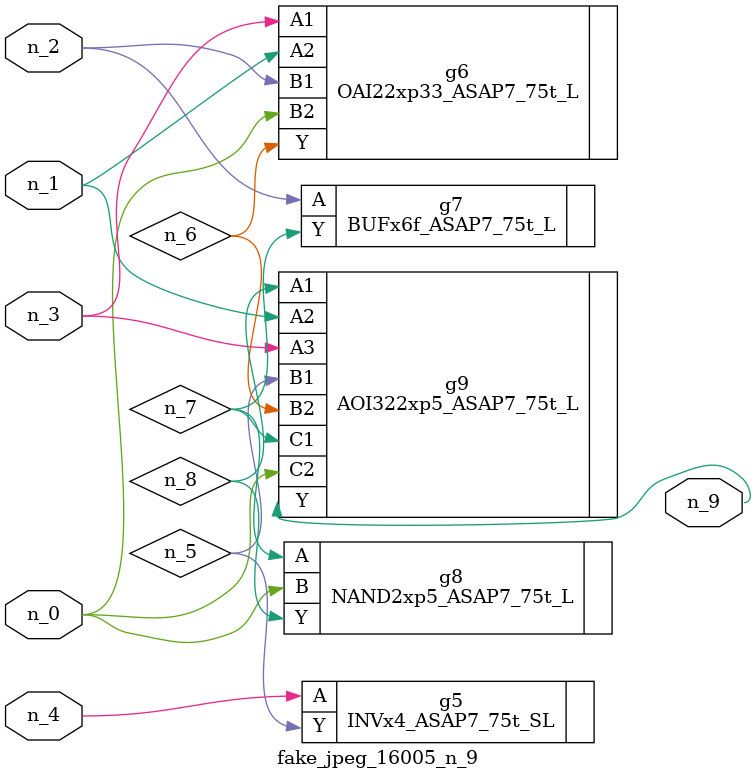
<source format=v>
module fake_jpeg_16005_n_9 (n_3, n_2, n_1, n_0, n_4, n_9);

input n_3;
input n_2;
input n_1;
input n_0;
input n_4;

output n_9;

wire n_8;
wire n_6;
wire n_5;
wire n_7;

INVx4_ASAP7_75t_SL g5 ( 
.A(n_4),
.Y(n_5)
);

OAI22xp33_ASAP7_75t_L g6 ( 
.A1(n_3),
.A2(n_1),
.B1(n_2),
.B2(n_0),
.Y(n_6)
);

BUFx6f_ASAP7_75t_L g7 ( 
.A(n_2),
.Y(n_7)
);

NAND2xp5_ASAP7_75t_L g8 ( 
.A(n_7),
.B(n_0),
.Y(n_8)
);

AOI322xp5_ASAP7_75t_L g9 ( 
.A1(n_8),
.A2(n_1),
.A3(n_3),
.B1(n_5),
.B2(n_6),
.C1(n_7),
.C2(n_0),
.Y(n_9)
);


endmodule
</source>
